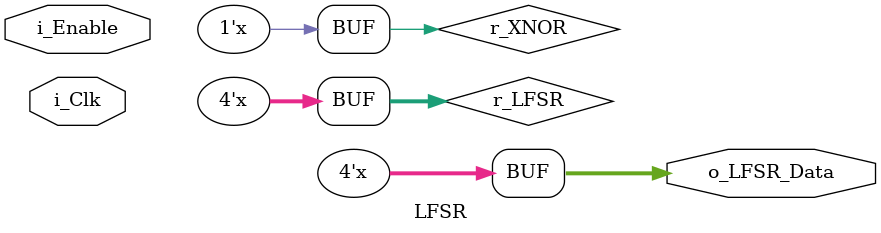
<source format=v>
module LFSR #(
    parameter             NUM_BITS    = 4
    )(
    input                 i_Clk,
    input                 i_Enable,
 
    output [NUM_BITS-1:0] o_LFSR_Data,
);
 
    reg    [NUM_BITS:1]   r_LFSR      = 0;
    reg                   r_XNOR;


    // Change pseudo-randomly the value of a register that is used as a random value.
    always @(*)
    begin
        r_LFSR <= {r_LFSR[NUM_BITS-1:1], r_XNOR};
        case (NUM_BITS)
            3: 
            begin
                r_XNOR = r_LFSR[3] ^~ r_LFSR[2];
            end
            4: 
            begin
                r_XNOR = r_LFSR[4] ^~ r_LFSR[3];
            end
            5: 
            begin
                r_XNOR = r_LFSR[5] ^~ r_LFSR[3];
            end
            6: 
            begin
                r_XNOR = r_LFSR[6] ^~ r_LFSR[5];
            end
            7: 
            begin
                r_XNOR = r_LFSR[7] ^~ r_LFSR[6];
            end
            8: 
            begin
                r_XNOR = r_LFSR[8] ^~ r_LFSR[6] ^~ r_LFSR[5] ^~ r_LFSR[4];
            end
            9: 
            begin
                r_XNOR = r_LFSR[9] ^~ r_LFSR[5];
            end
            10: 
            begin
                r_XNOR = r_LFSR[10] ^~ r_LFSR[7];
            end
            11: 
            begin
                r_XNOR = r_LFSR[11] ^~ r_LFSR[9];
            end
            12: 
            begin
                r_XNOR = r_LFSR[12] ^~ r_LFSR[6] ^~ r_LFSR[4] ^~ r_LFSR[1];
            end
            13: 
            begin
                r_XNOR = r_LFSR[13] ^~ r_LFSR[4] ^~ r_LFSR[3] ^~ r_LFSR[1];
            end
            14: 
            begin
                r_XNOR = r_LFSR[14] ^~ r_LFSR[5] ^~ r_LFSR[3] ^~ r_LFSR[1];
            end
            15: 
            begin
                r_XNOR = r_LFSR[15] ^~ r_LFSR[14];
            end
            16: 
            begin
                r_XNOR = r_LFSR[16] ^~ r_LFSR[15] ^~ r_LFSR[13] ^~ r_LFSR[4];
            end
            17: 
            begin
                r_XNOR = r_LFSR[17] ^~ r_LFSR[14];
            end
            18: 
            begin
                r_XNOR = r_LFSR[18] ^~ r_LFSR[11];
            end
            19: 
            begin
                r_XNOR = r_LFSR[19] ^~ r_LFSR[6] ^~ r_LFSR[2] ^~ r_LFSR[1];
            end
            20: 
            begin
                r_XNOR = r_LFSR[20] ^~ r_LFSR[17];
            end
            21: 
            begin
                r_XNOR = r_LFSR[21] ^~ r_LFSR[19];
            end
            22: 
            begin
                r_XNOR = r_LFSR[22] ^~ r_LFSR[21];
            end
            23: 
            begin
                r_XNOR = r_LFSR[23] ^~ r_LFSR[18];
            end
            24: 
            begin
                r_XNOR = r_LFSR[24] ^~ r_LFSR[23] ^~ r_LFSR[22] ^~ r_LFSR[17];
            end
            25: 
            begin
                r_XNOR = r_LFSR[25] ^~ r_LFSR[22];
            end
            26: 
            begin
                r_XNOR = r_LFSR[26] ^~ r_LFSR[6] ^~ r_LFSR[2] ^~ r_LFSR[1];
            end
            27: 
            begin
                r_XNOR = r_LFSR[27] ^~ r_LFSR[5] ^~ r_LFSR[2] ^~ r_LFSR[1];
            end
            28: 
            begin
                r_XNOR = r_LFSR[28] ^~ r_LFSR[25];
            end
            29: 
            begin
                r_XNOR = r_LFSR[29] ^~ r_LFSR[27];
            end
            30: 
            begin
                r_XNOR = r_LFSR[30] ^~ r_LFSR[6] ^~ r_LFSR[4] ^~ r_LFSR[1];
            end
            31: 
            begin
                r_XNOR = r_LFSR[31] ^~ r_LFSR[28];
            end
            32: 
            begin
                r_XNOR = r_LFSR[32] ^~ r_LFSR[22] ^~ r_LFSR[2] ^~ r_LFSR[1];
            end
 
        endcase // case (NUM_BITS)
    end // always @ (*)
 
 
    assign o_LFSR_Data = r_LFSR[NUM_BITS:1];
 
endmodule // LFSR
</source>
